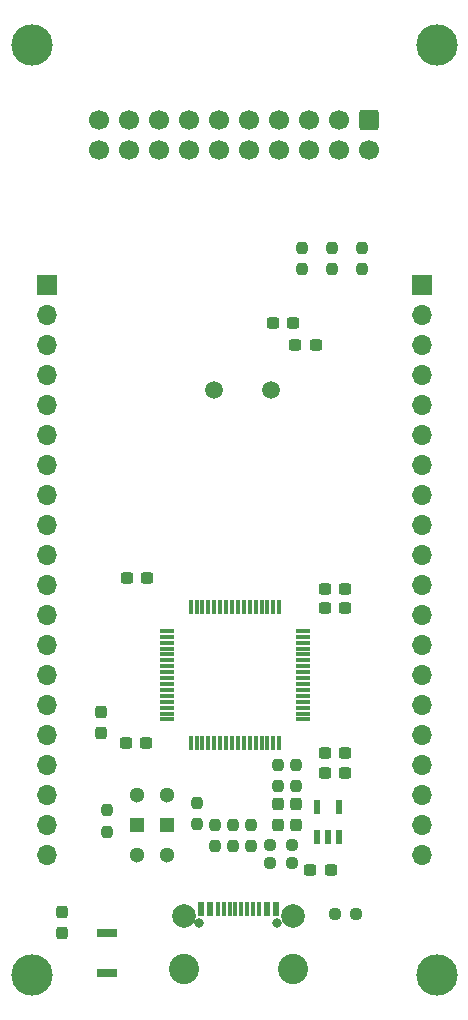
<source format=gbr>
%TF.GenerationSoftware,KiCad,Pcbnew,7.0.9*%
%TF.CreationDate,2023-12-16T00:26:02+09:00*%
%TF.ProjectId,STM32F405_dev_board,53544d33-3246-4343-9035-5f6465765f62,1.0.0*%
%TF.SameCoordinates,Original*%
%TF.FileFunction,Soldermask,Top*%
%TF.FilePolarity,Negative*%
%FSLAX46Y46*%
G04 Gerber Fmt 4.6, Leading zero omitted, Abs format (unit mm)*
G04 Created by KiCad (PCBNEW 7.0.9) date 2023-12-16 00:26:02*
%MOMM*%
%LPD*%
G01*
G04 APERTURE LIST*
G04 Aperture macros list*
%AMRoundRect*
0 Rectangle with rounded corners*
0 $1 Rounding radius*
0 $2 $3 $4 $5 $6 $7 $8 $9 X,Y pos of 4 corners*
0 Add a 4 corners polygon primitive as box body*
4,1,4,$2,$3,$4,$5,$6,$7,$8,$9,$2,$3,0*
0 Add four circle primitives for the rounded corners*
1,1,$1+$1,$2,$3*
1,1,$1+$1,$4,$5*
1,1,$1+$1,$6,$7*
1,1,$1+$1,$8,$9*
0 Add four rect primitives between the rounded corners*
20,1,$1+$1,$2,$3,$4,$5,0*
20,1,$1+$1,$4,$5,$6,$7,0*
20,1,$1+$1,$6,$7,$8,$9,0*
20,1,$1+$1,$8,$9,$2,$3,0*%
G04 Aperture macros list end*
%ADD10RoundRect,0.237500X0.300000X0.237500X-0.300000X0.237500X-0.300000X-0.237500X0.300000X-0.237500X0*%
%ADD11R,1.300000X1.300000*%
%ADD12C,1.300000*%
%ADD13RoundRect,0.237500X-0.237500X0.250000X-0.237500X-0.250000X0.237500X-0.250000X0.237500X0.250000X0*%
%ADD14R,1.700000X0.800000*%
%ADD15RoundRect,0.237500X0.237500X-0.250000X0.237500X0.250000X-0.237500X0.250000X-0.237500X-0.250000X0*%
%ADD16R,1.200000X0.300000*%
%ADD17R,0.300000X1.200000*%
%ADD18RoundRect,0.237500X-0.237500X0.287500X-0.237500X-0.287500X0.237500X-0.287500X0.237500X0.287500X0*%
%ADD19C,3.500000*%
%ADD20RoundRect,0.237500X0.237500X-0.300000X0.237500X0.300000X-0.237500X0.300000X-0.237500X-0.300000X0*%
%ADD21C,0.800000*%
%ADD22R,0.600000X1.250000*%
%ADD23R,0.300000X1.250000*%
%ADD24C,2.000000*%
%ADD25C,2.565000*%
%ADD26RoundRect,0.237500X-0.250000X-0.237500X0.250000X-0.237500X0.250000X0.237500X-0.250000X0.237500X0*%
%ADD27RoundRect,0.237500X0.250000X0.237500X-0.250000X0.237500X-0.250000X-0.237500X0.250000X-0.237500X0*%
%ADD28R,0.600000X1.200000*%
%ADD29RoundRect,0.250000X-0.600000X0.600000X-0.600000X-0.600000X0.600000X-0.600000X0.600000X0.600000X0*%
%ADD30C,1.700000*%
%ADD31R,1.700000X1.700000*%
%ADD32O,1.700000X1.700000*%
%ADD33RoundRect,0.237500X-0.300000X-0.237500X0.300000X-0.237500X0.300000X0.237500X-0.300000X0.237500X0*%
%ADD34C,1.500000*%
G04 APERTURE END LIST*
D10*
%TO.C,C4*%
X153582500Y-130120000D03*
X151857500Y-130120000D03*
%TD*%
D11*
%TO.C,S2*%
X137160000Y-126365000D03*
D12*
X137160000Y-128905000D03*
X137160000Y-123825000D03*
%TD*%
D13*
%TO.C,R6*%
X150622000Y-121261500D03*
X150622000Y-123086500D03*
%TD*%
%TO.C,R5*%
X142240000Y-124460000D03*
X142240000Y-126285000D03*
%TD*%
D14*
%TO.C,S1*%
X134620000Y-135460000D03*
X134620000Y-138860000D03*
%TD*%
D15*
%TO.C,R13*%
X143764000Y-128166500D03*
X143764000Y-126341500D03*
%TD*%
D10*
%TO.C,C3*%
X152312500Y-85670000D03*
X150587500Y-85670000D03*
%TD*%
D16*
%TO.C,U1*%
X139715800Y-109915000D03*
X139715800Y-110415000D03*
X139715800Y-110915000D03*
X139715800Y-111415000D03*
X139715800Y-111915000D03*
X139715800Y-112415000D03*
X139715800Y-112915000D03*
X139715800Y-113415000D03*
X139715800Y-113915000D03*
X139715800Y-114415000D03*
X139715800Y-114915000D03*
X139715800Y-115415000D03*
X139715800Y-115915000D03*
X139715800Y-116415000D03*
X139715800Y-116915000D03*
X139715800Y-117415000D03*
D17*
X141715800Y-119415000D03*
X142215800Y-119415000D03*
X142715800Y-119415000D03*
X143215800Y-119415000D03*
X143715800Y-119415000D03*
X144215800Y-119415000D03*
X144715800Y-119415000D03*
X145215800Y-119415000D03*
X145715800Y-119415000D03*
X146215800Y-119415000D03*
X146715800Y-119415000D03*
X147215800Y-119415000D03*
X147715800Y-119415000D03*
X148215800Y-119415000D03*
X148715800Y-119415000D03*
X149215800Y-119415000D03*
D16*
X151215800Y-117415000D03*
X151215800Y-116915000D03*
X151215800Y-116415000D03*
X151215800Y-115915000D03*
X151215800Y-115415000D03*
X151215800Y-114915000D03*
X151215800Y-114415000D03*
X151215800Y-113915000D03*
X151215800Y-113415000D03*
X151215800Y-112915000D03*
X151215800Y-112415000D03*
X151215800Y-111915000D03*
X151215800Y-111415000D03*
X151215800Y-110915000D03*
X151215800Y-110415000D03*
X151215800Y-109915000D03*
D17*
X149215800Y-107915000D03*
X148715800Y-107915000D03*
X148215800Y-107915000D03*
X147715800Y-107915000D03*
X147215800Y-107915000D03*
X146715800Y-107915000D03*
X146215800Y-107915000D03*
X145715800Y-107915000D03*
X145215800Y-107915000D03*
X144715800Y-107915000D03*
X144215800Y-107915000D03*
X143715800Y-107915000D03*
X143215800Y-107915000D03*
X142715800Y-107915000D03*
X142215800Y-107915000D03*
X141715800Y-107915000D03*
%TD*%
D13*
%TO.C,R12*%
X149098000Y-121261500D03*
X149098000Y-123086500D03*
%TD*%
D18*
%TO.C,D1*%
X150622000Y-124601000D03*
X150622000Y-126351000D03*
%TD*%
D19*
%TO.C,REF\u002A\u002A*%
X162560000Y-60270000D03*
%TD*%
D20*
%TO.C,C16*%
X134137400Y-118540700D03*
X134137400Y-116815700D03*
%TD*%
%TO.C,C10*%
X130810000Y-135482500D03*
X130810000Y-133757500D03*
%TD*%
D21*
%TO.C,J6*%
X142458000Y-134617000D03*
X149058000Y-134617000D03*
D22*
X142558000Y-133482000D03*
X143358000Y-133482000D03*
D23*
X144508000Y-133482000D03*
X145508000Y-133482000D03*
X146008000Y-133482000D03*
X147008000Y-133482000D03*
D22*
X148158000Y-133482000D03*
X148958000Y-133482000D03*
D23*
X147508000Y-133482000D03*
X146508000Y-133482000D03*
X145008000Y-133482000D03*
X144008000Y-133482000D03*
D24*
X141148000Y-134057000D03*
X150368000Y-134057000D03*
D25*
X141148000Y-138557000D03*
X150368000Y-138557000D03*
%TD*%
D19*
%TO.C,REF\u002A\u002A*%
X128285913Y-139053348D03*
%TD*%
%TO.C,REF\u002A\u002A*%
X128270000Y-60270000D03*
%TD*%
D26*
%TO.C,R14*%
X153900500Y-133858000D03*
X155725500Y-133858000D03*
%TD*%
D27*
%TO.C,R1*%
X150264500Y-129540000D03*
X148439500Y-129540000D03*
%TD*%
D18*
%TO.C,D2*%
X149098000Y-124601000D03*
X149098000Y-126351000D03*
%TD*%
D28*
%TO.C,PS1*%
X152405000Y-127341000D03*
X153355000Y-127341000D03*
X154305000Y-127341000D03*
X154305000Y-124841000D03*
X152405000Y-124841000D03*
%TD*%
D15*
%TO.C,R4*%
X134620000Y-126920000D03*
X134620000Y-125095000D03*
%TD*%
D29*
%TO.C,J1*%
X156845000Y-66675000D03*
D30*
X156845000Y-69215000D03*
X154305000Y-66675000D03*
X154305000Y-69215000D03*
X151765000Y-66675000D03*
X151765000Y-69215000D03*
X149225000Y-66675000D03*
X149225000Y-69215000D03*
X146685000Y-66675000D03*
X146685000Y-69215000D03*
X144145000Y-66675000D03*
X144145000Y-69215000D03*
X141605000Y-66675000D03*
X141605000Y-69215000D03*
X139065000Y-66675000D03*
X139065000Y-69215000D03*
X136525000Y-66675000D03*
X136525000Y-69215000D03*
X133985000Y-66675000D03*
X133985000Y-69215000D03*
%TD*%
D15*
%TO.C,R7*%
X146812000Y-128166500D03*
X146812000Y-126341500D03*
%TD*%
D10*
%TO.C,C14*%
X154786500Y-106400600D03*
X153061500Y-106400600D03*
%TD*%
%TO.C,C6*%
X154786500Y-121920000D03*
X153061500Y-121920000D03*
%TD*%
%TO.C,C2*%
X150402500Y-83820000D03*
X148677500Y-83820000D03*
%TD*%
D13*
%TO.C,R10*%
X151130000Y-77482500D03*
X151130000Y-79307500D03*
%TD*%
D31*
%TO.C,J3*%
X161290000Y-80590000D03*
D32*
X161290000Y-83130000D03*
X161290000Y-85670000D03*
X161290000Y-88210000D03*
X161290000Y-90750000D03*
X161290000Y-93290000D03*
X161290000Y-95830000D03*
X161290000Y-98370000D03*
X161290000Y-100910000D03*
X161290000Y-103450000D03*
X161290000Y-105990000D03*
X161290000Y-108530000D03*
X161290000Y-111070000D03*
X161290000Y-113610000D03*
X161290000Y-116150000D03*
X161290000Y-118690000D03*
X161290000Y-121230000D03*
X161290000Y-123770000D03*
X161290000Y-126310000D03*
X161290000Y-128850000D03*
%TD*%
D10*
%TO.C,C9*%
X154785400Y-107950000D03*
X153060400Y-107950000D03*
%TD*%
D33*
%TO.C,C13*%
X136246700Y-119405400D03*
X137971700Y-119405400D03*
%TD*%
D19*
%TO.C,REF\u002A\u002A*%
X162560000Y-139010000D03*
%TD*%
D11*
%TO.C,S3*%
X139700000Y-126365000D03*
D12*
X139700000Y-128905000D03*
X139700000Y-123825000D03*
%TD*%
D13*
%TO.C,R9*%
X156210000Y-77482500D03*
X156210000Y-79307500D03*
%TD*%
%TO.C,R11*%
X153670000Y-77482500D03*
X153670000Y-79307500D03*
%TD*%
D15*
%TO.C,R3*%
X145288000Y-128166500D03*
X145288000Y-126341500D03*
%TD*%
D34*
%TO.C,Y1*%
X148550000Y-89480000D03*
X143670000Y-89480000D03*
%TD*%
D33*
%TO.C,C8*%
X136297500Y-105410000D03*
X138022500Y-105410000D03*
%TD*%
D10*
%TO.C,C18*%
X154786500Y-120269000D03*
X153061500Y-120269000D03*
%TD*%
D27*
%TO.C,R2*%
X150264500Y-128016000D03*
X148439500Y-128016000D03*
%TD*%
D31*
%TO.C,J2*%
X129540000Y-80590000D03*
D32*
X129540000Y-83130000D03*
X129540000Y-85670000D03*
X129540000Y-88210000D03*
X129540000Y-90750000D03*
X129540000Y-93290000D03*
X129540000Y-95830000D03*
X129540000Y-98370000D03*
X129540000Y-100910000D03*
X129540000Y-103450000D03*
X129540000Y-105990000D03*
X129540000Y-108530000D03*
X129540000Y-111070000D03*
X129540000Y-113610000D03*
X129540000Y-116150000D03*
X129540000Y-118690000D03*
X129540000Y-121230000D03*
X129540000Y-123770000D03*
X129540000Y-126310000D03*
X129540000Y-128850000D03*
%TD*%
M02*

</source>
